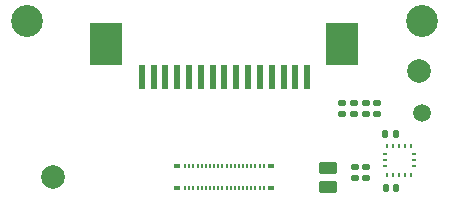
<source format=gts>
G04*
G04 #@! TF.GenerationSoftware,Altium Limited,Altium Designer,21.8.1 (53)*
G04*
G04 Layer_Color=8388736*
%FSTAX43Y43*%
%MOMM*%
G71*
G04*
G04 #@! TF.SameCoordinates,77AD0121-2578-4578-B714-FB4ED1F38CAD*
G04*
G04*
G04 #@! TF.FilePolarity,Negative*
G04*
G01*
G75*
%ADD14R,0.610X2.000*%
%ADD15R,2.680X3.600*%
G04:AMPARAMS|DCode=17|XSize=0.455mm|YSize=0.33mm|CornerRadius=0.033mm|HoleSize=0mm|Usage=FLASHONLY|Rotation=0.000|XOffset=0mm|YOffset=0mm|HoleType=Round|Shape=RoundedRectangle|*
%AMROUNDEDRECTD17*
21,1,0.455,0.264,0,0,0.0*
21,1,0.389,0.330,0,0,0.0*
1,1,0.066,0.195,-0.132*
1,1,0.066,-0.195,-0.132*
1,1,0.066,-0.195,0.132*
1,1,0.066,0.195,0.132*
%
%ADD17ROUNDEDRECTD17*%
G04:AMPARAMS|DCode=18|XSize=1.45mm|YSize=0.95mm|CornerRadius=0.095mm|HoleSize=0mm|Usage=FLASHONLY|Rotation=180.000|XOffset=0mm|YOffset=0mm|HoleType=Round|Shape=RoundedRectangle|*
%AMROUNDEDRECTD18*
21,1,1.450,0.760,0,0,180.0*
21,1,1.260,0.950,0,0,180.0*
1,1,0.190,-0.630,0.380*
1,1,0.190,0.630,0.380*
1,1,0.190,0.630,-0.380*
1,1,0.190,-0.630,-0.380*
%
%ADD18ROUNDEDRECTD18*%
G04:AMPARAMS|DCode=19|XSize=0.6mm|YSize=0.5mm|CornerRadius=0.05mm|HoleSize=0mm|Usage=FLASHONLY|Rotation=270.000|XOffset=0mm|YOffset=0mm|HoleType=Round|Shape=RoundedRectangle|*
%AMROUNDEDRECTD19*
21,1,0.600,0.400,0,0,270.0*
21,1,0.500,0.500,0,0,270.0*
1,1,0.100,-0.200,-0.250*
1,1,0.100,-0.200,0.250*
1,1,0.100,0.200,0.250*
1,1,0.100,0.200,-0.250*
%
%ADD19ROUNDEDRECTD19*%
%ADD20R,0.250X0.350*%
%ADD21R,0.350X0.250*%
G04:AMPARAMS|DCode=22|XSize=0.6mm|YSize=0.5mm|CornerRadius=0.05mm|HoleSize=0mm|Usage=FLASHONLY|Rotation=180.000|XOffset=0mm|YOffset=0mm|HoleType=Round|Shape=RoundedRectangle|*
%AMROUNDEDRECTD22*
21,1,0.600,0.400,0,0,180.0*
21,1,0.500,0.500,0,0,180.0*
1,1,0.100,-0.250,0.200*
1,1,0.100,0.250,0.200*
1,1,0.100,0.250,-0.200*
1,1,0.100,-0.250,-0.200*
%
%ADD22ROUNDEDRECTD22*%
G04:AMPARAMS|DCode=23|XSize=0.18mm|YSize=0.4mm|CornerRadius=0.018mm|HoleSize=0mm|Usage=FLASHONLY|Rotation=180.000|XOffset=0mm|YOffset=0mm|HoleType=Round|Shape=RoundedRectangle|*
%AMROUNDEDRECTD23*
21,1,0.180,0.364,0,0,180.0*
21,1,0.144,0.400,0,0,180.0*
1,1,0.036,-0.072,0.182*
1,1,0.036,0.072,0.182*
1,1,0.036,0.072,-0.182*
1,1,0.036,-0.072,-0.182*
%
%ADD23ROUNDEDRECTD23*%
%ADD24C,1.500*%
%ADD25C,2.000*%
%ADD26C,2.700*%
D14*
X00265Y00135D02*
D03*
X00255D02*
D03*
X00245D02*
D03*
X00235D02*
D03*
X00225D02*
D03*
X00215D02*
D03*
X00205D02*
D03*
X00195D02*
D03*
X00185D02*
D03*
X00175D02*
D03*
X00165D02*
D03*
X00155D02*
D03*
X00145D02*
D03*
X00135D02*
D03*
X00125D02*
D03*
D15*
X000951Y00163D02*
D03*
X002949D02*
D03*
D17*
X001552Y0004055D02*
D03*
Y0005945D02*
D03*
X002348Y0005945D02*
D03*
Y0004055D02*
D03*
D18*
X0028225Y00042D02*
D03*
Y00058D02*
D03*
D19*
X0034Y000865D02*
D03*
X00331D02*
D03*
X003315Y000405D02*
D03*
X003405D02*
D03*
D20*
X00333Y00052D02*
D03*
X00338D02*
D03*
X00343D02*
D03*
X00348D02*
D03*
X00353D02*
D03*
Y000765D02*
D03*
X00348D02*
D03*
X00343D02*
D03*
X00338D02*
D03*
X00333D02*
D03*
D21*
X0035525Y0005925D02*
D03*
Y0006425D02*
D03*
Y0006925D02*
D03*
X0033075D02*
D03*
Y0006425D02*
D03*
Y0005925D02*
D03*
D22*
X00315Y000585D02*
D03*
Y000495D02*
D03*
X002945Y001125D02*
D03*
Y001035D02*
D03*
X003045Y001125D02*
D03*
Y001035D02*
D03*
X003245Y001125D02*
D03*
Y001035D02*
D03*
X003145Y001125D02*
D03*
Y001035D02*
D03*
X0030525Y000495D02*
D03*
Y000585D02*
D03*
D23*
X0016175Y000405D02*
D03*
X0016525Y000405D02*
D03*
X0016875D02*
D03*
X0017225Y000405D02*
D03*
X0017575Y000405D02*
D03*
X0016175Y000595D02*
D03*
X0016525Y000595D02*
D03*
X0016875D02*
D03*
X0017225Y000595D02*
D03*
X0017575Y000595D02*
D03*
X0018275Y000405D02*
D03*
X0018625Y000405D02*
D03*
X0018975Y000405D02*
D03*
X0019325Y000405D02*
D03*
X0019675Y000405D02*
D03*
X0022125D02*
D03*
X0022825D02*
D03*
X0017925D02*
D03*
X0022825Y000595D02*
D03*
X0018625Y000595D02*
D03*
X0018275Y000595D02*
D03*
X0017925Y000595D02*
D03*
X0018975D02*
D03*
X0019325D02*
D03*
X0020375D02*
D03*
X0021075D02*
D03*
X0020025D02*
D03*
X0021425D02*
D03*
X0021775Y000595D02*
D03*
X0022125Y000595D02*
D03*
X0022475D02*
D03*
X0019675D02*
D03*
X0020725Y000595D02*
D03*
X0022475Y000405D02*
D03*
X0021075D02*
D03*
X0020725Y000405D02*
D03*
X0020375Y000405D02*
D03*
X0020025Y000405D02*
D03*
X0021425Y000405D02*
D03*
X0021775Y000405D02*
D03*
D24*
X00362Y00104D02*
D03*
D25*
X0005Y0005D02*
D03*
X0036Y0014D02*
D03*
D26*
X003625Y001825D02*
D03*
X000275D02*
D03*
M02*

</source>
